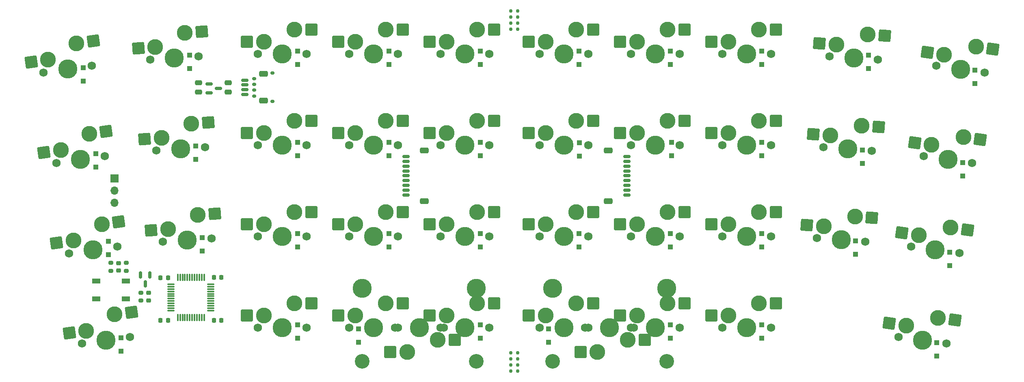
<source format=gbr>
%TF.GenerationSoftware,KiCad,Pcbnew,(7.0.0)*%
%TF.CreationDate,2023-08-26T01:37:01+02:00*%
%TF.ProjectId,tinyv pcb,74696e79-7620-4706-9362-2e6b69636164,rev?*%
%TF.SameCoordinates,Original*%
%TF.FileFunction,Soldermask,Bot*%
%TF.FilePolarity,Negative*%
%FSLAX46Y46*%
G04 Gerber Fmt 4.6, Leading zero omitted, Abs format (unit mm)*
G04 Created by KiCad (PCBNEW (7.0.0)) date 2023-08-26 01:37:01*
%MOMM*%
%LPD*%
G01*
G04 APERTURE LIST*
G04 Aperture macros list*
%AMRoundRect*
0 Rectangle with rounded corners*
0 $1 Rounding radius*
0 $2 $3 $4 $5 $6 $7 $8 $9 X,Y pos of 4 corners*
0 Add a 4 corners polygon primitive as box body*
4,1,4,$2,$3,$4,$5,$6,$7,$8,$9,$2,$3,0*
0 Add four circle primitives for the rounded corners*
1,1,$1+$1,$2,$3*
1,1,$1+$1,$4,$5*
1,1,$1+$1,$6,$7*
1,1,$1+$1,$8,$9*
0 Add four rect primitives between the rounded corners*
20,1,$1+$1,$2,$3,$4,$5,0*
20,1,$1+$1,$4,$5,$6,$7,0*
20,1,$1+$1,$6,$7,$8,$9,0*
20,1,$1+$1,$8,$9,$2,$3,0*%
G04 Aperture macros list end*
%ADD10RoundRect,0.150000X0.625000X-0.150000X0.625000X0.150000X-0.625000X0.150000X-0.625000X-0.150000X0*%
%ADD11RoundRect,0.250000X0.650000X-0.350000X0.650000X0.350000X-0.650000X0.350000X-0.650000X-0.350000X0*%
%ADD12RoundRect,0.150000X-0.625000X0.150000X-0.625000X-0.150000X0.625000X-0.150000X0.625000X0.150000X0*%
%ADD13RoundRect,0.250000X-0.650000X0.350000X-0.650000X-0.350000X0.650000X-0.350000X0.650000X0.350000X0*%
%ADD14C,0.750000*%
%ADD15C,3.048000*%
%ADD16C,3.987800*%
%ADD17C,1.750000*%
%ADD18C,3.300000*%
%ADD19RoundRect,0.250000X1.025000X1.000000X-1.025000X1.000000X-1.025000X-1.000000X1.025000X-1.000000X0*%
%ADD20RoundRect,0.250000X0.300000X-0.300000X0.300000X0.300000X-0.300000X0.300000X-0.300000X-0.300000X0*%
%ADD21RoundRect,0.250000X0.952747X1.069064X-1.092260X0.926064X-0.952747X-1.069064X1.092260X-0.926064X0*%
%ADD22R,1.800000X1.100000*%
%ADD23RoundRect,0.250000X1.154198X0.847616X-0.875852X1.132920X-1.154198X-0.847616X0.875852X-1.132920X0*%
%ADD24RoundRect,0.250000X0.875852X1.132920X-1.154198X0.847616X-0.875852X-1.132920X1.154198X-0.847616X0*%
%ADD25RoundRect,0.150000X-0.150000X0.587500X-0.150000X-0.587500X0.150000X-0.587500X0.150000X0.587500X0*%
%ADD26R,1.700000X1.700000*%
%ADD27O,1.700000X1.700000*%
%ADD28RoundRect,0.225000X-0.225000X-0.250000X0.225000X-0.250000X0.225000X0.250000X-0.225000X0.250000X0*%
%ADD29RoundRect,0.250000X-1.025000X-1.000000X1.025000X-1.000000X1.025000X1.000000X-1.025000X1.000000X0*%
%ADD30RoundRect,0.250000X1.092260X0.926064X-0.952747X1.069064X-1.092260X-0.926064X0.952747X-1.069064X0*%
%ADD31RoundRect,0.225000X0.250000X-0.225000X0.250000X0.225000X-0.250000X0.225000X-0.250000X-0.225000X0*%
%ADD32RoundRect,0.200000X0.275000X-0.200000X0.275000X0.200000X-0.275000X0.200000X-0.275000X-0.200000X0*%
%ADD33RoundRect,0.250000X0.475000X-0.250000X0.475000X0.250000X-0.475000X0.250000X-0.475000X-0.250000X0*%
%ADD34RoundRect,0.225000X0.225000X0.250000X-0.225000X0.250000X-0.225000X-0.250000X0.225000X-0.250000X0*%
%ADD35RoundRect,0.150000X-0.275000X0.150000X-0.275000X-0.150000X0.275000X-0.150000X0.275000X0.150000X0*%
%ADD36RoundRect,0.175000X-0.225000X0.175000X-0.225000X-0.175000X0.225000X-0.175000X0.225000X0.175000X0*%
%ADD37RoundRect,0.150000X-0.587500X-0.150000X0.587500X-0.150000X0.587500X0.150000X-0.587500X0.150000X0*%
%ADD38RoundRect,0.075000X0.075000X-0.662500X0.075000X0.662500X-0.075000X0.662500X-0.075000X-0.662500X0*%
%ADD39RoundRect,0.075000X0.662500X-0.075000X0.662500X0.075000X-0.662500X0.075000X-0.662500X-0.075000X0*%
G04 APERTURE END LIST*
D10*
%TO.C,J6*%
X176625000Y-60356250D03*
X176625000Y-59356250D03*
X176625000Y-58356250D03*
X176625000Y-57356250D03*
X176625000Y-56356250D03*
X176625000Y-55356250D03*
X176625000Y-54356250D03*
X176625000Y-53356250D03*
X176625000Y-52356250D03*
D11*
X172750000Y-51056250D03*
X172750000Y-61656250D03*
%TD*%
D12*
%TO.C,J5*%
X130556250Y-52356250D03*
X130556250Y-53356250D03*
X130556250Y-54356250D03*
X130556250Y-55356250D03*
X130556250Y-56356250D03*
X130556250Y-57356250D03*
X130556250Y-58356250D03*
X130556250Y-59356250D03*
X130556250Y-60356250D03*
D13*
X134431250Y-61656250D03*
X134431250Y-51056250D03*
%TD*%
D14*
%TO.C,REF\u002A\u002A*%
X153840153Y-97140354D03*
X153840153Y-95870354D03*
X153840153Y-94600354D03*
X153840153Y-93330354D03*
%TD*%
%TO.C,REF\u002A\u002A*%
X152389738Y-93317523D03*
X152389738Y-94587523D03*
X152389738Y-95857523D03*
X152389738Y-97127523D03*
%TD*%
%TO.C,REF\u002A\u002A*%
X152400000Y-21907500D03*
X152400000Y-23177500D03*
X152400000Y-24447500D03*
X152400000Y-25717500D03*
%TD*%
D15*
%TO.C,S1*%
X145256250Y-95091250D03*
D16*
X145256250Y-79851250D03*
D15*
X121443750Y-95091250D03*
D16*
X121443750Y-79851250D03*
%TD*%
D15*
%TO.C,S2*%
X184943750Y-95091250D03*
D16*
X184943750Y-79851250D03*
D15*
X161131250Y-95091250D03*
D16*
X161131250Y-79851250D03*
%TD*%
D14*
%TO.C,REF\u002A\u002A*%
X153850415Y-25730331D03*
X153850415Y-24460331D03*
X153850415Y-23190331D03*
X153850415Y-21920331D03*
%TD*%
D17*
%TO.C,MX4*%
X128905000Y-30956250D03*
D16*
X123825000Y-30956250D03*
D17*
X118745000Y-30956250D03*
D18*
X120015000Y-28416250D03*
D19*
X116465000Y-28416250D03*
X129915000Y-25876250D03*
D18*
X126365000Y-25876250D03*
%TD*%
D20*
%TO.C,D21*%
X68505464Y-72837500D03*
X68505464Y-70037500D03*
%TD*%
%TO.C,D34*%
X120650000Y-91093750D03*
X120650000Y-88293750D03*
%TD*%
D17*
%TO.C,MX23*%
X109855000Y-69056250D03*
D16*
X104775000Y-69056250D03*
D17*
X99695000Y-69056250D03*
D18*
X100965000Y-66516250D03*
D19*
X97415000Y-66516250D03*
X110865000Y-63976250D03*
D18*
X107315000Y-63976250D03*
%TD*%
D20*
%TO.C,D8*%
X204787500Y-33150000D03*
X204787500Y-30350000D03*
%TD*%
D17*
%TO.C,MX12*%
X88673028Y-50390124D03*
D16*
X83605403Y-50744487D03*
D17*
X78537778Y-51098850D03*
D18*
X79627503Y-48476446D03*
D21*
X76086150Y-48724082D03*
X89326205Y-45252045D03*
D18*
X85784853Y-45499680D03*
%TD*%
D20*
%TO.C,D33*%
X107950000Y-90300000D03*
X107950000Y-87500000D03*
%TD*%
%TO.C,D23*%
X107950000Y-71250000D03*
X107950000Y-68450000D03*
%TD*%
D17*
%TO.C,MX34*%
X128905000Y-88106250D03*
D16*
X123825000Y-88106250D03*
D17*
X118745000Y-88106250D03*
D18*
X120015000Y-85566250D03*
D19*
X116465000Y-85566250D03*
X129915000Y-83026250D03*
D18*
X126365000Y-83026250D03*
%TD*%
D20*
%TO.C,D2*%
X85421634Y-33998148D03*
X85421634Y-31198148D03*
%TD*%
D17*
%TO.C,MX8*%
X206692500Y-30956250D03*
D16*
X201612500Y-30956250D03*
D17*
X196532500Y-30956250D03*
D18*
X197802500Y-28416250D03*
D19*
X194252500Y-28416250D03*
X207702500Y-25876250D03*
D18*
X204152500Y-25876250D03*
%TD*%
D22*
%TO.C,SW1*%
X72156249Y-78318749D03*
X65956249Y-78318749D03*
X72156249Y-82018749D03*
X65956249Y-82018749D03*
%TD*%
D17*
%TO.C,MX40*%
X243308750Y-91393854D03*
D16*
X238278188Y-90686855D03*
D17*
X233247626Y-89979856D03*
D18*
X234858766Y-87641325D03*
D23*
X231343315Y-87147260D03*
X245015920Y-86503857D03*
D18*
X241500468Y-86009793D03*
%TD*%
D20*
%TO.C,D28*%
X204787500Y-71250000D03*
X204787500Y-68450000D03*
%TD*%
D17*
%TO.C,MX15*%
X147955000Y-50006250D03*
D16*
X142875000Y-50006250D03*
D17*
X137795000Y-50006250D03*
D18*
X139065000Y-47466250D03*
D19*
X135515000Y-47466250D03*
X148965000Y-44926250D03*
D18*
X145415000Y-44926250D03*
%TD*%
D17*
%TO.C,MX27*%
X187642500Y-69056250D03*
D16*
X182562500Y-69056250D03*
D17*
X177482500Y-69056250D03*
D18*
X178752500Y-66516250D03*
D19*
X175202500Y-66516250D03*
X188652500Y-63976250D03*
D18*
X185102500Y-63976250D03*
%TD*%
D17*
%TO.C,MX1*%
X65075218Y-33386871D03*
D16*
X60044656Y-34093870D03*
D17*
X55014094Y-34800869D03*
D18*
X55918235Y-32108839D03*
D24*
X52402783Y-32602903D03*
X65368389Y-28215744D03*
D18*
X61852938Y-28709809D03*
%TD*%
D25*
%TO.C,Q1*%
X75250000Y-77035314D03*
X77150000Y-77035314D03*
X76200000Y-78910314D03*
%TD*%
D17*
%TO.C,MX17*%
X187642500Y-50006250D03*
D16*
X182562500Y-50006250D03*
D17*
X177482500Y-50006250D03*
D18*
X178752500Y-47466250D03*
D19*
X175202500Y-47466250D03*
X188652500Y-44926250D03*
D18*
X185102500Y-44926250D03*
%TD*%
D26*
%TO.C,J3*%
X69811963Y-56944999D03*
D27*
X69811963Y-59484999D03*
X69811963Y-62024999D03*
%TD*%
D17*
%TO.C,MX14*%
X128905000Y-50006250D03*
D16*
X123825000Y-50006250D03*
D17*
X118745000Y-50006250D03*
D18*
X120015000Y-47466250D03*
D19*
X116465000Y-47466250D03*
X129915000Y-44926250D03*
D18*
X126365000Y-44926250D03*
%TD*%
D17*
%TO.C,MX22*%
X90023794Y-69408418D03*
D16*
X84956169Y-69762781D03*
D17*
X79888544Y-70117144D03*
D18*
X80978269Y-67494740D03*
D21*
X77436916Y-67742376D03*
X90676971Y-64270339D03*
D18*
X87135619Y-64517974D03*
%TD*%
D28*
%TO.C,C4*%
X90506250Y-86518750D03*
X92056250Y-86518750D03*
%TD*%
D17*
%TO.C,MX3*%
X109855000Y-30956250D03*
D16*
X104775000Y-30956250D03*
D17*
X99695000Y-30956250D03*
D18*
X100965000Y-28416250D03*
D19*
X97415000Y-28416250D03*
X110865000Y-25876250D03*
D18*
X107315000Y-25876250D03*
%TD*%
D20*
%TO.C,D10*%
X249237500Y-37118750D03*
X249237500Y-34318750D03*
%TD*%
%TO.C,D6*%
X166687500Y-33150000D03*
X166687500Y-30350000D03*
%TD*%
D17*
%TO.C,MX28*%
X206692500Y-69056250D03*
D16*
X201612500Y-69056250D03*
D17*
X196532500Y-69056250D03*
D18*
X197802500Y-66516250D03*
D19*
X194252500Y-66516250D03*
X207702500Y-63976250D03*
D18*
X204152500Y-63976250D03*
%TD*%
D20*
%TO.C,D20*%
X246617400Y-56391910D03*
X246617400Y-53591910D03*
%TD*%
%TO.C,D1*%
X63235561Y-36559733D03*
X63235561Y-33759733D03*
%TD*%
D17*
%TO.C,MX39*%
X167957500Y-88106250D03*
D16*
X173037500Y-88106250D03*
D17*
X178117500Y-88106250D03*
D18*
X176847500Y-90646250D03*
D29*
X180397500Y-90646250D03*
X166947500Y-93186250D03*
D18*
X170497500Y-93186250D03*
%TD*%
D20*
%TO.C,D30*%
X243980283Y-75125302D03*
X243980283Y-72325302D03*
%TD*%
%TO.C,D12*%
X86706202Y-52918434D03*
X86706202Y-50118434D03*
%TD*%
%TO.C,D4*%
X127000000Y-33150000D03*
X127000000Y-30350000D03*
%TD*%
D17*
%TO.C,MX30*%
X245947982Y-72530750D03*
D16*
X240917420Y-71823751D03*
D17*
X235886858Y-71116752D03*
D18*
X237497998Y-68778221D03*
D23*
X233982547Y-68284156D03*
X247655152Y-67640753D03*
D18*
X244139700Y-67146689D03*
%TD*%
D20*
%TO.C,D22*%
X88106250Y-72043750D03*
X88106250Y-69243750D03*
%TD*%
%TO.C,D16*%
X166713163Y-49476990D03*
X166713163Y-52276990D03*
%TD*%
%TO.C,D37*%
X185737500Y-90300000D03*
X185737500Y-87500000D03*
%TD*%
D17*
%TO.C,MX29*%
X226369242Y-70092225D03*
D16*
X221301617Y-69737862D03*
D17*
X216233992Y-69383499D03*
D18*
X217678079Y-66938277D03*
D30*
X214136727Y-66690642D03*
X227731145Y-65095054D03*
D18*
X224189793Y-64847418D03*
%TD*%
D31*
%TO.C,C8*%
X76914812Y-82369880D03*
X76914812Y-80819880D03*
%TD*%
D20*
%TO.C,D38*%
X204787500Y-90300000D03*
X204787500Y-87500000D03*
%TD*%
D12*
%TO.C,J1*%
X96960197Y-36387500D03*
X96960197Y-37387500D03*
X96960197Y-38387500D03*
X96960197Y-39387500D03*
D13*
X100835197Y-35087500D03*
X100835197Y-40687500D03*
%TD*%
D17*
%TO.C,MX35*%
X147955000Y-88106250D03*
D16*
X142875000Y-88106250D03*
D17*
X137795000Y-88106250D03*
D18*
X139065000Y-85566250D03*
D19*
X135515000Y-85566250D03*
X148965000Y-83026250D03*
D18*
X145415000Y-83026250D03*
%TD*%
D20*
%TO.C,D17*%
X185991623Y-52200000D03*
X185991623Y-49400000D03*
%TD*%
D17*
%TO.C,MX20*%
X248612134Y-53667645D03*
D16*
X243581572Y-52960646D03*
D17*
X238551010Y-52253647D03*
D18*
X240162150Y-49915116D03*
D23*
X236646699Y-49421051D03*
X250319304Y-48777648D03*
D18*
X246803852Y-48283584D03*
%TD*%
D17*
%TO.C,MX24*%
X128905000Y-69056250D03*
D16*
X123825000Y-69056250D03*
D17*
X118745000Y-69056250D03*
D18*
X120015000Y-66516250D03*
D19*
X116465000Y-66516250D03*
X129915000Y-63976250D03*
D18*
X126365000Y-63976250D03*
%TD*%
D17*
%TO.C,MX26*%
X168592500Y-69056250D03*
D16*
X163512500Y-69056250D03*
D17*
X158432500Y-69056250D03*
D18*
X159702500Y-66516250D03*
D19*
X156152500Y-66516250D03*
X169602500Y-63976250D03*
D18*
X166052500Y-63976250D03*
%TD*%
D32*
%TO.C,R1*%
X75327312Y-82419880D03*
X75327312Y-80769880D03*
%TD*%
D33*
%TO.C,C2*%
X87312500Y-38843750D03*
X87312500Y-36943750D03*
%TD*%
D20*
%TO.C,D27*%
X185737500Y-71250000D03*
X185737500Y-68450000D03*
%TD*%
%TO.C,D19*%
X225736492Y-53787499D03*
X225736492Y-50987499D03*
%TD*%
D34*
%TO.C,C3*%
X80943750Y-77658750D03*
X79393750Y-77658750D03*
%TD*%
D20*
%TO.C,D40*%
X241271408Y-93997194D03*
X241271408Y-91197194D03*
%TD*%
D17*
%TO.C,MX5*%
X147955000Y-30956250D03*
D16*
X142875000Y-30956250D03*
D17*
X137795000Y-30956250D03*
D18*
X139065000Y-28416250D03*
D19*
X135515000Y-28416250D03*
X148965000Y-25876250D03*
D18*
X145415000Y-25876250D03*
%TD*%
D17*
%TO.C,MX37*%
X187642500Y-88106250D03*
D16*
X182562500Y-88106250D03*
D17*
X177482500Y-88106250D03*
D18*
X178752500Y-85566250D03*
D19*
X175202500Y-85566250D03*
X188652500Y-83026250D03*
D18*
X185102500Y-83026250D03*
%TD*%
D20*
%TO.C,D3*%
X107950000Y-33150000D03*
X107950000Y-30350000D03*
%TD*%
D17*
%TO.C,MX7*%
X187642500Y-30956250D03*
D16*
X182562500Y-30956250D03*
D17*
X177482500Y-30956250D03*
D18*
X178752500Y-28416250D03*
D19*
X175202500Y-28416250D03*
X188652500Y-25876250D03*
D18*
X185102500Y-25876250D03*
%TD*%
D20*
%TO.C,D24*%
X127000000Y-71250000D03*
X127000000Y-68450000D03*
%TD*%
%TO.C,D29*%
X224322872Y-72762184D03*
X224322872Y-69962184D03*
%TD*%
%TO.C,D15*%
X146050000Y-52200000D03*
X146050000Y-49400000D03*
%TD*%
D35*
%TO.C,J2*%
X98931250Y-36087500D03*
X98931250Y-37287500D03*
X98931250Y-38487500D03*
X98931250Y-39687500D03*
D36*
X102706250Y-34937500D03*
X102706250Y-40837500D03*
%TD*%
D28*
%TO.C,C6*%
X90524091Y-77609086D03*
X92074091Y-77609086D03*
%TD*%
D32*
%TO.C,R2*%
X69056250Y-76212500D03*
X69056250Y-74562500D03*
%TD*%
D37*
%TO.C,U2*%
X89550000Y-39050000D03*
X89550000Y-37150000D03*
X91425000Y-38100000D03*
%TD*%
D32*
%TO.C,R3*%
X72231250Y-76212500D03*
X72231250Y-74562500D03*
%TD*%
D17*
%TO.C,MX2*%
X87337281Y-31395636D03*
D16*
X82269656Y-31749999D03*
D17*
X77202031Y-32104362D03*
D18*
X78291756Y-29481958D03*
D21*
X74750403Y-29729594D03*
X87990458Y-26257557D03*
D18*
X84449106Y-26505192D03*
%TD*%
D20*
%TO.C,D36*%
X160337500Y-91093750D03*
X160337500Y-88293750D03*
%TD*%
D17*
%TO.C,MX21*%
X70369814Y-71124095D03*
D16*
X65339252Y-71831094D03*
D17*
X60308690Y-72538093D03*
D18*
X61212831Y-69846063D03*
D24*
X57697379Y-70340127D03*
X70662985Y-65952968D03*
D18*
X67147534Y-66447033D03*
%TD*%
D20*
%TO.C,D7*%
X185737500Y-33150000D03*
X185737500Y-30350000D03*
%TD*%
%TO.C,D5*%
X146050000Y-33150000D03*
X146050000Y-30350000D03*
%TD*%
D38*
%TO.C,U1*%
X88475000Y-85918750D03*
X87975000Y-85918750D03*
X87475000Y-85918750D03*
X86975000Y-85918750D03*
X86475000Y-85918750D03*
X85975000Y-85918750D03*
X85475000Y-85918750D03*
X84975000Y-85918750D03*
X84475000Y-85918750D03*
X83975000Y-85918750D03*
X83475000Y-85918750D03*
X82975000Y-85918750D03*
D39*
X81562500Y-84506250D03*
X81562500Y-84006250D03*
X81562500Y-83506250D03*
X81562500Y-83006250D03*
X81562500Y-82506250D03*
X81562500Y-82006250D03*
X81562500Y-81506250D03*
X81562500Y-81006250D03*
X81562500Y-80506250D03*
X81562500Y-80006250D03*
X81562500Y-79506250D03*
X81562500Y-79006250D03*
D38*
X82975000Y-77593750D03*
X83475000Y-77593750D03*
X83975000Y-77593750D03*
X84475000Y-77593750D03*
X84975000Y-77593750D03*
X85475000Y-77593750D03*
X85975000Y-77593750D03*
X86475000Y-77593750D03*
X86975000Y-77593750D03*
X87475000Y-77593750D03*
X87975000Y-77593750D03*
X88475000Y-77593750D03*
D39*
X89887500Y-79006250D03*
X89887500Y-79506250D03*
X89887500Y-80006250D03*
X89887500Y-80506250D03*
X89887500Y-81006250D03*
X89887500Y-81506250D03*
X89887500Y-82006250D03*
X89887500Y-82506250D03*
X89887500Y-83006250D03*
X89887500Y-83506250D03*
X89887500Y-84006250D03*
X89887500Y-84506250D03*
%TD*%
D17*
%TO.C,MX33*%
X109855000Y-88106250D03*
D16*
X104775000Y-88106250D03*
D17*
X99695000Y-88106250D03*
D18*
X100965000Y-85566250D03*
D19*
X97415000Y-85566250D03*
X110865000Y-83026250D03*
D18*
X107315000Y-83026250D03*
%TD*%
D20*
%TO.C,D25*%
X146050000Y-71250000D03*
X146050000Y-68450000D03*
%TD*%
D17*
%TO.C,MX38*%
X206692500Y-88106250D03*
D16*
X201612500Y-88106250D03*
D17*
X196532500Y-88106250D03*
D18*
X197802500Y-85566250D03*
D19*
X194252500Y-85566250D03*
X207702500Y-83026250D03*
D18*
X204152500Y-83026250D03*
%TD*%
D17*
%TO.C,MX10*%
X251246263Y-34809900D03*
D16*
X246215701Y-34102901D03*
D17*
X241185139Y-33395902D03*
D18*
X242796279Y-31057371D03*
D23*
X239280828Y-30563306D03*
X252953433Y-29919903D03*
D18*
X249437981Y-29425839D03*
%TD*%
D20*
%TO.C,D14*%
X127000000Y-52200000D03*
X127000000Y-49400000D03*
%TD*%
D17*
%TO.C,MX18*%
X206692500Y-50006250D03*
D16*
X201612500Y-50006250D03*
D17*
X196532500Y-50006250D03*
D18*
X197802500Y-47466250D03*
D19*
X194252500Y-47466250D03*
X207702500Y-44926250D03*
D18*
X204152500Y-44926250D03*
%TD*%
D20*
%TO.C,D9*%
X227012500Y-33943750D03*
X227012500Y-31143750D03*
%TD*%
D17*
%TO.C,MX32*%
X128270000Y-88106250D03*
D16*
X133350000Y-88106250D03*
D17*
X138430000Y-88106250D03*
D18*
X137160000Y-90646250D03*
D29*
X140710000Y-90646250D03*
X127260000Y-93186250D03*
D18*
X130810000Y-93186250D03*
%TD*%
D17*
%TO.C,MX31*%
X73041309Y-89994874D03*
D16*
X68010747Y-90701873D03*
D17*
X62980185Y-91408872D03*
D18*
X63884326Y-88716842D03*
D24*
X60368874Y-89210906D03*
X73334480Y-84823747D03*
D18*
X69819029Y-85317812D03*
%TD*%
D20*
%TO.C,D35*%
X146050000Y-90300000D03*
X146050000Y-87500000D03*
%TD*%
%TO.C,D31*%
X71138466Y-92960479D03*
X71138466Y-90160479D03*
%TD*%
D17*
%TO.C,MX36*%
X168592500Y-88106250D03*
D16*
X163512500Y-88106250D03*
D17*
X158432500Y-88106250D03*
D18*
X159702500Y-85566250D03*
D19*
X156152500Y-85566250D03*
X169602500Y-83026250D03*
D18*
X166052500Y-83026250D03*
%TD*%
D17*
%TO.C,MX11*%
X67749271Y-52241188D03*
D16*
X62718709Y-52948187D03*
D17*
X57688147Y-53655186D03*
D18*
X58592288Y-50963156D03*
D24*
X55076836Y-51457220D03*
X68042442Y-47070061D03*
D18*
X64526991Y-47564126D03*
%TD*%
D17*
%TO.C,MX16*%
X168592500Y-50006250D03*
D16*
X163512500Y-50006250D03*
D17*
X158432500Y-50006250D03*
D18*
X159702500Y-47466250D03*
D19*
X156152500Y-47466250D03*
X169602500Y-44926250D03*
D18*
X166052500Y-44926250D03*
%TD*%
D31*
%TO.C,C7*%
X70643750Y-76162500D03*
X70643750Y-74612500D03*
%TD*%
D20*
%TO.C,D11*%
X65881250Y-54581250D03*
X65881250Y-51781250D03*
%TD*%
D17*
%TO.C,MX25*%
X147955000Y-69056250D03*
D16*
X142875000Y-69056250D03*
D17*
X137795000Y-69056250D03*
D18*
X139065000Y-66516250D03*
D19*
X135515000Y-66516250D03*
X148965000Y-63976250D03*
D18*
X145415000Y-63976250D03*
%TD*%
D17*
%TO.C,MX9*%
X229004802Y-32116822D03*
D16*
X223937177Y-31762459D03*
D17*
X218869552Y-31408096D03*
D18*
X220313639Y-28962874D03*
D30*
X216772287Y-28715239D03*
X230366705Y-27119651D03*
D18*
X226825353Y-26872015D03*
%TD*%
D20*
%TO.C,D18*%
X204787500Y-52200000D03*
X204787500Y-49400000D03*
%TD*%
%TO.C,D13*%
X107950000Y-52200000D03*
X107950000Y-49400000D03*
%TD*%
%TO.C,D26*%
X166687500Y-71250000D03*
X166687500Y-68450000D03*
%TD*%
D34*
%TO.C,C5*%
X80925000Y-86518750D03*
X79375000Y-86518750D03*
%TD*%
D17*
%TO.C,MX19*%
X227728795Y-51120655D03*
D16*
X222661170Y-50766292D03*
D17*
X217593545Y-50411929D03*
D18*
X219037632Y-47966707D03*
D30*
X215496280Y-47719072D03*
X229090698Y-46123484D03*
D18*
X225549346Y-45875848D03*
%TD*%
D17*
%TO.C,MX13*%
X109855000Y-50006250D03*
D16*
X104775000Y-50006250D03*
D17*
X99695000Y-50006250D03*
D18*
X100965000Y-47466250D03*
D19*
X97415000Y-47466250D03*
X110865000Y-44926250D03*
D18*
X107315000Y-44926250D03*
%TD*%
D33*
%TO.C,C1*%
X93518750Y-38843750D03*
X93518750Y-36943750D03*
%TD*%
D17*
%TO.C,MX6*%
X168592500Y-30956250D03*
D16*
X163512500Y-30956250D03*
D17*
X158432500Y-30956250D03*
D18*
X159702500Y-28416250D03*
D19*
X156152500Y-28416250D03*
X169602500Y-25876250D03*
D18*
X166052500Y-25876250D03*
%TD*%
M02*

</source>
